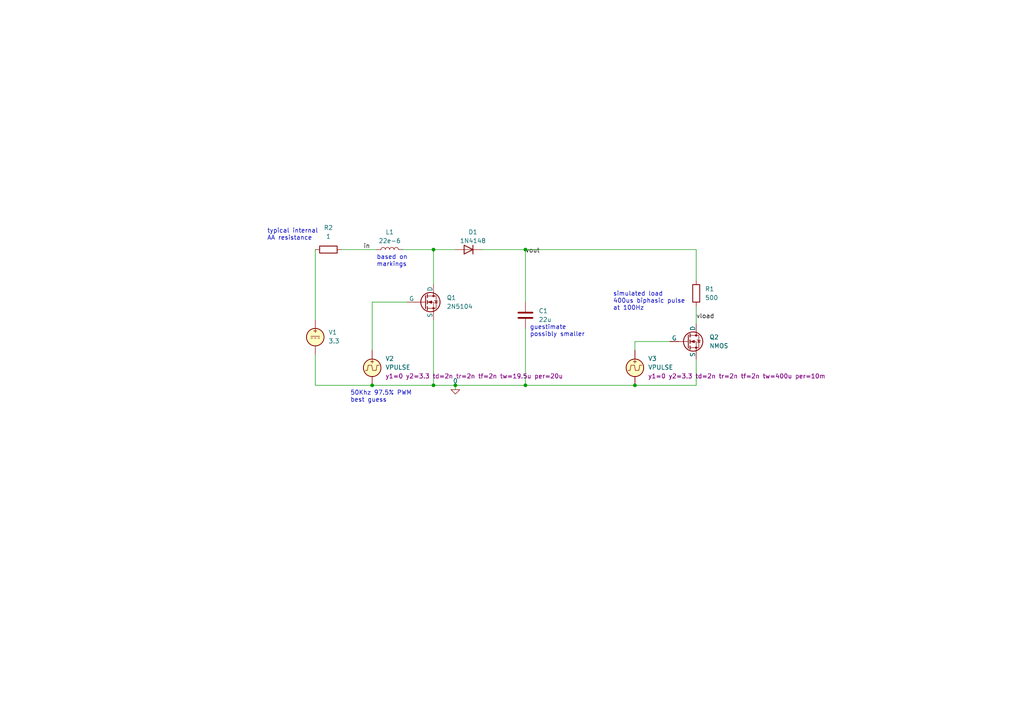
<source format=kicad_sch>
(kicad_sch (version 20230121) (generator eeschema)
  (paper "A4")
  (title_block (title "Boost Circuit Simulation (SMPlayer)") (company "Lea Calot"))
  (lib_symbols
    (symbol "Device:C" (pin_numbers hide) (pin_names (offset 0.254))
      (property "Reference" "C" (at 0.635 2.54 0))
      (property "Value" "C" (at 0.635 -2.54 0))
      (symbol "C_0_1"
        (polyline (pts (xy -2.032 -0.762) (xy 2.032 -0.762)) (stroke (width 0.508)))
        (polyline (pts (xy -2.032 0.762) (xy 2.032 0.762)) (stroke (width 0.508)))
      )
      (symbol "C_1_1"
        (pin passive line (at 0 3.81 270) (length 2.794) (name "~") (number "1"))
        (pin passive line (at 0 -3.81 90) (length 2.794) (name "~") (number "2"))
      )
    )
    (symbol "Device:L" (pin_numbers hide) (pin_names (offset 1.016) hide)
      (property "Reference" "L" (at -1.27 0 90))
      (property "Value" "L" (at 1.905 0 90))
      (symbol "L_0_1"
        (arc (start 0 -2.54) (mid 0.6323 -1.905) (end 0 -1.27))
        (arc (start 0 -1.27) (mid 0.6323 -0.635) (end 0 0))
        (arc (start 0 0) (mid 0.6323 0.635) (end 0 1.27))
        (arc (start 0 1.27) (mid 0.6323 1.905) (end 0 2.54))
      )
      (symbol "L_1_1"
        (pin passive line (at 0 3.81 270) (length 1.27) (name "1") (number "1"))
        (pin passive line (at 0 -3.81 90) (length 1.27) (name "2") (number "2"))
      )
    )
    (symbol "Device:R" (pin_numbers hide) (pin_names (offset 0))
      (property "Reference" "R" (at 2.032 0 90))
      (property "Value" "R" (at 0 0 90))
      (symbol "R_0_1"
        (rectangle (start -1.016 -2.54) (end 1.016 2.54) (stroke (width 0.254)))
      )
      (symbol "R_1_1"
        (pin passive line (at 0 3.81 270) (length 1.27) (name "~") (number "1"))
        (pin passive line (at 0 -3.81 90) (length 1.27) (name "~") (number "2"))
      )
    )
    (symbol "Simulation_SPICE:0" (power) (pin_names (offset 0))
      (property "Value" "0" (at 0 -1.778 0))
      (symbol "0_0_1"
        (polyline (pts (xy -1.27 0) (xy 0 -1.27) (xy 1.27 0) (xy -1.27 0)))
      )
      (symbol "0_1_1"
        (pin power_in line (at 0 0 0) (length 0) hide (name "0") (number "1"))
      )
    )
    (symbol "Simulation_SPICE:D" (pin_numbers hide) (pin_names (offset 1.016) hide)
      (property "Reference" "D" (at 0 2.54 0))
      (property "Value" "D" (at 0 -2.54 0))
      (property "Sim.Device" "D" (at 0 0 0))
      (property "Sim.Pins" "1=K 2=A" (at 0 0 0))
      (symbol "D_0_1"
        (polyline (pts (xy -1.27 1.27) (xy -1.27 -1.27)) (stroke (width 0.254)))
        (polyline (pts (xy 1.27 0) (xy -1.27 0)))
        (polyline (pts (xy 1.27 1.27) (xy 1.27 -1.27) (xy -1.27 0) (xy 1.27 1.27)) (stroke (width 0.254)))
      )
      (symbol "D_1_1"
        (pin passive line (at -3.81 0 0) (length 2.54) (name "K") (number "1"))
        (pin passive line (at 3.81 0 180) (length 2.54) (name "A") (number "2"))
      )
    )
    (symbol "Simulation_SPICE:NMOS" (pin_numbers hide) (pin_names (offset 0))
      (property "Reference" "Q" (at 5.08 1.27 0))
      (property "Value" "NMOS" (at 5.08 -1.27 0))
      (symbol "NMOS_0_1"
        (polyline (pts (xy 0.254 0) (xy -2.54 0)))
        (polyline (pts (xy 0.254 1.905) (xy 0.254 -1.905)) (stroke (width 0.254)))
        (polyline (pts (xy 0.762 -1.27) (xy 0.762 -2.286)) (stroke (width 0.254)))
        (polyline (pts (xy 0.762 0.508) (xy 0.762 -0.508)) (stroke (width 0.254)))
        (polyline (pts (xy 0.762 2.286) (xy 0.762 1.27)) (stroke (width 0.254)))
        (polyline (pts (xy 2.54 2.54) (xy 2.54 1.778)))
        (polyline (pts (xy 2.54 -2.54) (xy 2.54 0) (xy 0.762 0)))
        (polyline (pts (xy 0.762 -1.778) (xy 3.302 -1.778) (xy 3.302 1.778) (xy 0.762 1.778)))
        (polyline (pts (xy 1.016 0) (xy 2.032 0.381) (xy 2.032 -0.381) (xy 1.016 0)) (fill (type outline)))
        (polyline (pts (xy 2.794 0.508) (xy 2.921 0.381) (xy 3.683 0.381) (xy 3.81 0.254)))
        (polyline (pts (xy 3.302 0.381) (xy 2.921 -0.254) (xy 3.683 -0.254) (xy 3.302 0.381)))
        (circle (center 1.651 0) (radius 2.794) (stroke (width 0.254)))
        (circle (center 2.54 -1.778) (radius 0.254) (fill (type outline)))
        (circle (center 2.54 1.778) (radius 0.254) (fill (type outline)))
      )
      (symbol "NMOS_1_1"
        (pin passive line (at 2.54 5.08 270) (length 2.54) (name "D") (number "1"))
        (pin input line (at -5.08 0 0) (length 2.54) (name "G") (number "2"))
        (pin passive line (at 2.54 -5.08 90) (length 2.54) (name "S") (number "3"))
      )
    )
    (symbol "Simulation_SPICE:VDC" (pin_numbers hide) (pin_names (offset 0.0254))
      (property "Reference" "V" (at 2.54 2.54 0))
      (property "Value" "1" (at 2.54 0 0))
      (symbol "VDC_0_0"
        (polyline (pts (xy -1.27 0.254) (xy 1.27 0.254)))
        (polyline (pts (xy -0.762 -0.254) (xy -1.27 -0.254)))
        (polyline (pts (xy 0.254 -0.254) (xy -0.254 -0.254)))
        (polyline (pts (xy 1.27 -0.254) (xy 0.762 -0.254)))
        (text "+" (at 0 1.905 0) (effects (font (size 1.27 1.27))))
      )
      (symbol "VDC_0_1"
        (circle (center 0 0) (radius 2.54) (stroke (width 0.254)) (fill (type background)))
      )
      (symbol "VDC_1_1"
        (pin passive line (at 0 5.08 270) (length 2.54) (name "~") (number "1"))
        (pin passive line (at 0 -5.08 90) (length 2.54) (name "~") (number "2"))
      )
    )
    (symbol "Simulation_SPICE:VPULSE" (pin_numbers hide) (pin_names (offset 0.0254))
      (property "Reference" "V" (at 2.54 2.54 0))
      (property "Value" "VPULSE" (at 2.54 0 0))
      (property "Sim.Params" "y1=0 y2=1 td=2n tr=2n tf=2n tw=50n per=100n" (at 2.54 -2.54 0))
      (symbol "VPULSE_0_0"
        (polyline (pts (xy -2.032 -0.762) (xy -1.397 -0.762) (xy -1.143 0.762) (xy -0.127 0.762) (xy 0.127 -0.762) (xy 1.143 -0.762) (xy 1.397 0.762) (xy 2.032 0.762)))
        (text "+" (at 0 1.905 0) (effects (font (size 1.27 1.27))))
      )
      (symbol "VPULSE_0_1"
        (circle (center 0 0) (radius 2.54) (stroke (width 0.254)) (fill (type background)))
      )
      (symbol "VPULSE_1_1"
        (pin passive line (at 0 5.08 270) (length 2.54) (name "~") (number "1"))
        (pin passive line (at 0 -5.08 90) (length 2.54) (name "~") (number "2"))
      )
    )
  )
  (junction (at 125.73 72.39))
  (junction (at 107.95 111.76))
  (junction (at 125.73 111.76))
  (junction (at 132.08 111.76))
  (junction (at 152.4 72.39))
  (junction (at 152.4 111.76))
  (junction (at 184.15 111.76))
  (wire (pts (xy 201.93 72.39) (xy 201.93 81.28)))
  (wire (pts (xy 184.15 99.06) (xy 184.15 101.6)))
  (wire (pts (xy 125.73 111.76) (xy 132.08 111.76)))
  (wire (pts (xy 201.93 88.9) (xy 201.93 93.98)))
  (wire (pts (xy 152.4 111.76) (xy 184.15 111.76)))
  (wire (pts (xy 107.95 87.63) (xy 107.95 101.6)))
  (wire (pts (xy 201.93 104.14) (xy 201.93 111.76)))
  (wire (pts (xy 125.73 72.39) (xy 132.08 72.39)))
  (wire (pts (xy 116.84 72.39) (xy 125.73 72.39)))
  (wire (pts (xy 132.08 111.76) (xy 132.08 113.03)))
  (wire (pts (xy 125.73 72.39) (xy 125.73 82.55)))
  (wire (pts (xy 91.44 111.76) (xy 107.95 111.76)))
  (wire (pts (xy 201.93 111.76) (xy 184.15 111.76)))
  (wire (pts (xy 107.95 111.76) (xy 125.73 111.76)))
  (wire (pts (xy 107.95 87.63) (xy 118.11 87.63)))
  (wire (pts (xy 139.7 72.39) (xy 152.4 72.39)))
  (wire (pts (xy 91.44 92.71) (xy 91.44 72.39)))
  (wire (pts (xy 125.73 92.71) (xy 125.73 111.76)))
  (wire (pts (xy 152.4 72.39) (xy 152.4 87.63)))
  (wire (pts (xy 132.08 111.76) (xy 152.4 111.76)))
  (wire (pts (xy 152.4 95.25) (xy 152.4 111.76)))
  (wire (pts (xy 184.15 99.06) (xy 194.31 99.06)))
  (wire (pts (xy 91.44 102.87) (xy 91.44 111.76)))
  (wire (pts (xy 201.93 72.39) (xy 152.4 72.39)))
  (wire (pts (xy 99.06 72.39) (xy 109.22 72.39)))
  (text "50Khz 97.5% PWM\nbest guess" (at 101.6 116.84 0) (effects (font (size 1.27 1.27)) (justify left bottom)))
  (text "typical internal\nAA resistance" (at 77.47 69.85 0) (effects (font (size 1.27 1.27)) (justify left bottom)))
  (text "guestimate\npossibly smaller" (at 153.67 97.79 0) (effects (font (size 1.27 1.27)) (justify left bottom)))
  (text "simulated load\n400us biphasic pulse\nat 100Hz" (at 177.8 90.17 0) (effects (font (size 1.27 1.27)) (justify left bottom)))
  (text "based on\nmarkings" (at 109.22 77.47 0) (effects (font (size 1.27 1.27)) (justify left bottom)))
  (label "vout" (at 152.4 73.66 0))
  (label "in" (at 105.41 72.39 0))
  (label "vload" (at 201.93 92.71 0))
  (symbol (lib_id "Simulation_SPICE:VPULSE") (at 107.95 106.68 0) (unit 1)
    (property "Reference" "V2" (at 111.76 104.0102 0) (effects (justify left)))
    (property "Value" "VPULSE" (at 111.76 106.5502 0) (effects (justify left)))
    (property "Sim.Pins" "1=+ 2=-" (effects hide))
    (property "Sim.Type" "PULSE" (effects hide))
    (property "Sim.Device" "V" (effects hide))
    (property "Sim.Params" "y1=0 y2=3.3 td=2n tr=2n tf=2n tw=19.5u per=20u" (at 111.76 109.0902 0) (effects (justify left)))
  )
  (symbol (lib_id "Simulation_SPICE:VPULSE") (at 184.15 106.68 0) (unit 1)
    (property "Reference" "V3" (at 187.96 104.0102 0) (effects (justify left)))
    (property "Value" "VPULSE" (at 187.96 106.5502 0) (effects (justify left)))
    (property "Sim.Pins" "1=+ 2=-" (effects hide))
    (property "Sim.Type" "PULSE" (effects hide))
    (property "Sim.Device" "V" (effects hide))
    (property "Sim.Params" "y1=0 y2=3.3 td=2n tr=2n tf=2n tw=400u per=10m" (at 187.96 109.0902 0) (effects (justify left)))
  )
  (symbol (lib_id "Simulation_SPICE:NMOS") (at 199.39 99.06 0) (unit 1)
    (property "Reference" "Q2" (at 205.74 97.79 0) (effects (justify left)))
    (property "Value" "NMOS" (at 205.74 100.33 0) (effects (justify left)))
    (property "Datasheet" "https://ngspice.sourceforge.io/docs/ngspice-manual.pdf" (effects hide))
    (property "Sim.Device" "NMOS" (effects hide))
    (property "Sim.Type" "VDMOS" (effects hide))
    (property "Sim.Pins" "1=D 2=G 3=S" (effects hide))
  )
  (symbol (lib_id "Simulation_SPICE:D") (at 135.89 72.39 180) (unit 1)
    (property "Reference" "D1" (at 137.16 67.31 0))
    (property "Value" "1N4148" (at 137.16 69.85 0))
    (property "Sim.Library" "sim/1N4148.lib" (effects hide))
    (property "Sim.Name" "1N4148" (effects hide))
    (property "Sim.Device" "SUBCKT" (effects hide))
    (property "Sim.Pins" "1=2 2=1" (effects hide))
  )
  (symbol (lib_id "Simulation_SPICE:NMOS") (at 123.19 87.63 0) (unit 1)
    (property "Reference" "Q1" (at 129.54 86.36 0) (effects (justify left)))
    (property "Value" "2N5104" (at 129.54 88.9 0) (effects (justify left)))
    (property "Datasheet" "https://ngspice.sourceforge.io/docs/ngspice-manual.pdf" (effects hide))
    (property "Sim.Device" "NMOS" (effects hide))
    (property "Sim.Type" "VDMOS" (effects hide))
    (property "Sim.Pins" "1=D 2=G 3=S" (effects hide))
  )
  (symbol (lib_id "Simulation_SPICE:0") (at 132.08 113.03 0) (unit 1)
    (property "Reference" "#GND01" (effects hide))
    (property "Value" "0" (at 132.08 110.49 0))
  )
  (symbol (lib_id "Device:C") (at 152.4 91.44 0) (unit 1)
    (property "Reference" "C1" (at 156.21 90.17 0) (effects (justify left)))
    (property "Value" "22u" (at 156.21 92.71 0) (effects (justify left)))
  )
  (symbol (lib_id "Device:L") (at 113.03 72.39 90) (unit 1)
    (property "Reference" "L1" (at 113.03 67.31 90))
    (property "Value" "22e-6" (at 113.03 69.85 90))
  )
  (symbol (lib_id "Simulation_SPICE:VDC") (at 91.44 97.79 0) (unit 1)
    (property "Reference" "V1" (at 95.25 96.3902 0) (effects (justify left)))
    (property "Value" "3.3" (at 95.25 98.9302 0) (effects (justify left)))
    (property "Sim.Pins" "1=+ 2=-" (effects hide))
    (property "Sim.Type" "DC" (effects hide))
    (property "Sim.Device" "V" (effects hide))
  )
  (symbol (lib_id "Device:R") (at 95.25 72.39 90) (unit 1)
    (property "Reference" "R2" (at 95.25 66.04 90))
    (property "Value" "1" (at 95.25 68.58 90))
  )
  (symbol (lib_id "Device:R") (at 201.93 85.09 0) (unit 1)
    (property "Reference" "R1" (at 204.47 83.82 0) (effects (justify left)))
    (property "Value" "500" (at 204.47 86.36 0) (effects (justify left)))
  )
)
</source>
